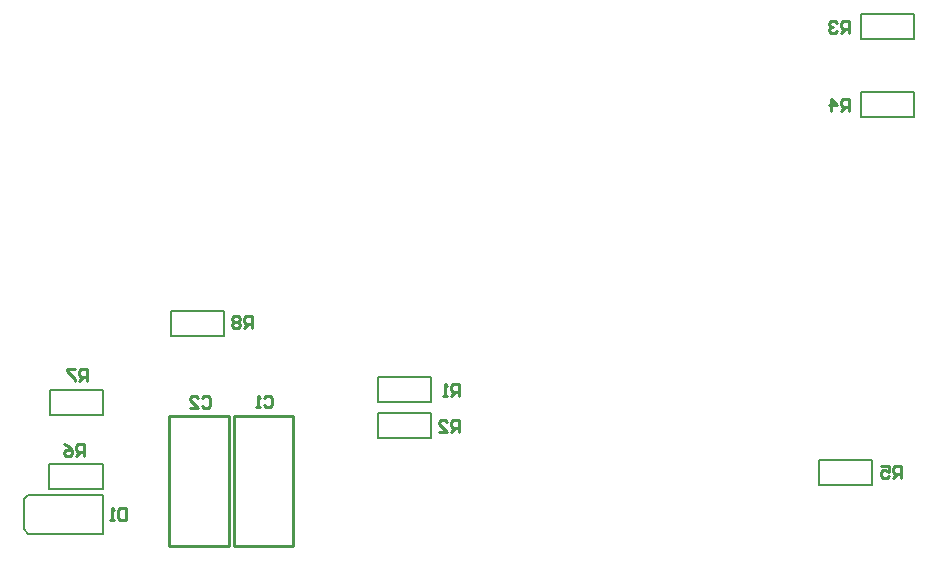
<source format=gbo>
G04 Layer_Color=32896*
%FSLAX44Y44*%
%MOMM*%
G71*
G01*
G75*
%ADD32C,0.2540*%
%ADD33C,0.2000*%
D32*
X425850Y334890D02*
X475850D01*
X425850D02*
Y444890D01*
X475850D01*
Y334890D02*
Y444890D01*
X480460Y334890D02*
X530460D01*
X480460D02*
Y444890D01*
X530460D01*
Y334890D02*
Y444890D01*
X495300Y519430D02*
Y529427D01*
X490302D01*
X488635Y527761D01*
Y524428D01*
X490302Y522762D01*
X495300D01*
X491968D02*
X488635Y519430D01*
X485303Y527761D02*
X483637Y529427D01*
X480305D01*
X478639Y527761D01*
Y526095D01*
X480305Y524428D01*
X478639Y522762D01*
Y521096D01*
X480305Y519430D01*
X483637D01*
X485303Y521096D01*
Y522762D01*
X483637Y524428D01*
X485303Y526095D01*
Y527761D01*
X483637Y524428D02*
X480305D01*
X453075Y460451D02*
X454742Y462117D01*
X458074D01*
X459740Y460451D01*
Y453786D01*
X458074Y452120D01*
X454742D01*
X453075Y453786D01*
X443079Y452120D02*
X449743D01*
X443079Y458784D01*
Y460451D01*
X444745Y462117D01*
X448077D01*
X449743Y460451D01*
X505908Y460705D02*
X507574Y462371D01*
X510906D01*
X512572Y460705D01*
Y454040D01*
X510906Y452374D01*
X507574D01*
X505908Y454040D01*
X502575Y452374D02*
X499243D01*
X500909D01*
Y462371D01*
X502575Y460705D01*
X355600Y474980D02*
Y484977D01*
X350602D01*
X348936Y483311D01*
Y479978D01*
X350602Y478312D01*
X355600D01*
X352268D02*
X348936Y474980D01*
X345603Y484977D02*
X338939D01*
Y483311D01*
X345603Y476646D01*
Y474980D01*
X353060Y411480D02*
Y421477D01*
X348062D01*
X346395Y419811D01*
Y416478D01*
X348062Y414812D01*
X353060D01*
X349728D02*
X346395Y411480D01*
X336399Y421477D02*
X339731Y419811D01*
X343063Y416478D01*
Y413146D01*
X341397Y411480D01*
X338065D01*
X336399Y413146D01*
Y414812D01*
X338065Y416478D01*
X343063D01*
X1000760Y769620D02*
Y779617D01*
X995762D01*
X994096Y777951D01*
Y774618D01*
X995762Y772952D01*
X1000760D01*
X997428D02*
X994096Y769620D01*
X990763Y777951D02*
X989097Y779617D01*
X985765D01*
X984099Y777951D01*
Y776284D01*
X985765Y774618D01*
X987431D01*
X985765D01*
X984099Y772952D01*
Y771286D01*
X985765Y769620D01*
X989097D01*
X990763Y771286D01*
X1000760Y703580D02*
Y713577D01*
X995762D01*
X994096Y711911D01*
Y708578D01*
X995762Y706912D01*
X1000760D01*
X997428D02*
X994096Y703580D01*
X985765D02*
Y713577D01*
X990763Y708578D01*
X984099D01*
X388620Y366867D02*
Y356870D01*
X383622D01*
X381955Y358536D01*
Y365201D01*
X383622Y366867D01*
X388620D01*
X378623Y356870D02*
X375291D01*
X376957D01*
Y366867D01*
X378623Y365201D01*
X670560Y462280D02*
Y472277D01*
X665562D01*
X663895Y470611D01*
Y467278D01*
X665562Y465612D01*
X670560D01*
X667228D02*
X663895Y462280D01*
X660563D02*
X657231D01*
X658897D01*
Y472277D01*
X660563Y470611D01*
X670560Y431800D02*
Y441797D01*
X665562D01*
X663895Y440131D01*
Y436798D01*
X665562Y435132D01*
X670560D01*
X667228D02*
X663895Y431800D01*
X653899D02*
X660563D01*
X653899Y438465D01*
Y440131D01*
X655565Y441797D01*
X658897D01*
X660563Y440131D01*
X1045210Y392430D02*
Y402427D01*
X1040212D01*
X1038546Y400761D01*
Y397428D01*
X1040212Y395762D01*
X1045210D01*
X1041878D02*
X1038546Y392430D01*
X1028549Y402427D02*
X1035213D01*
Y397428D01*
X1031881Y399095D01*
X1030215D01*
X1028549Y397428D01*
Y394096D01*
X1030215Y392430D01*
X1033547D01*
X1035213Y394096D01*
D33*
X427080Y512740D02*
X472080D01*
X427080D02*
Y533740D01*
X472080D01*
Y512740D02*
Y533740D01*
X324972Y466938D02*
X369972D01*
Y445938D02*
Y466938D01*
X324972Y445938D02*
X369972D01*
X324972D02*
Y466938D01*
X324210Y404200D02*
X369210D01*
Y383200D02*
Y404200D01*
X324210Y383200D02*
X369210D01*
X324210D02*
Y404200D01*
X1056280Y764200D02*
Y785200D01*
X1011280D02*
X1056280D01*
X1011280Y764200D02*
Y785200D01*
Y764200D02*
X1056280D01*
X1056040Y698160D02*
Y719160D01*
X1011040D02*
X1056040D01*
X1011040Y698160D02*
Y719160D01*
Y698160D02*
X1056040D01*
X302260Y374650D02*
X306070Y378460D01*
X302260Y349250D02*
X306070Y345440D01*
X369570D01*
X302260Y349250D02*
Y374650D01*
X306070Y378460D02*
X369570D01*
Y345440D02*
Y378460D01*
X647340Y456860D02*
Y477860D01*
X602340D02*
X647340D01*
X602340Y456860D02*
Y477860D01*
Y456860D02*
X647340D01*
Y426380D02*
Y447380D01*
X602340D02*
X647340D01*
X602340Y426380D02*
Y447380D01*
Y426380D02*
X647340D01*
X1020720Y387010D02*
Y408010D01*
X975720D02*
X1020720D01*
X975720Y387010D02*
Y408010D01*
Y387010D02*
X1020720D01*
M02*

</source>
